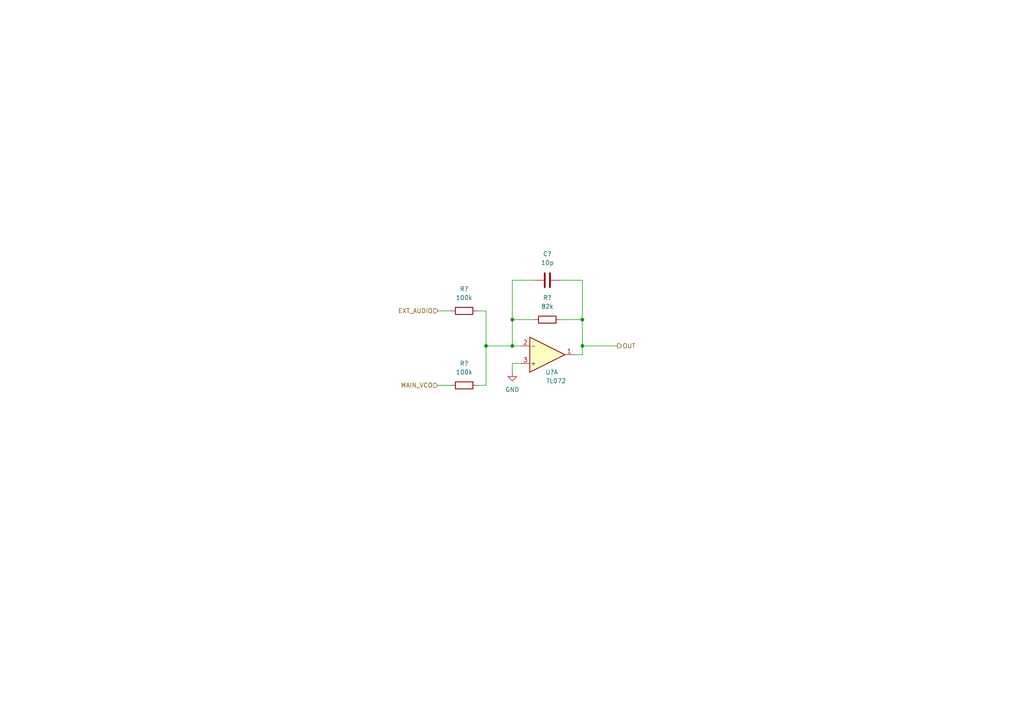
<source format=kicad_sch>
(kicad_sch (version 20211123) (generator eeschema)
  (paper "A4")
  (title_block (title "Josh Ox Ribbon Synth VCF/VCA board") (date "2022-06-06") (comment 1 "creativecommons.org/licenses/by/4.0/") (comment 2 "License: CC by 4.0") (comment 3 "Author: Jordan Aceto"))
  (lib_symbols
    (symbol "Amplifier_Operational:TL072" (pin_names (offset 0.127))
      (property "Reference" "U" (at 0 5.08 0))
      (property "Value" "TL072" (at 0 -5.08 0))
      (symbol "TL072_1_1"
        (polyline (pts (xy -5.08 5.08) (xy 5.08 0) (xy -5.08 -5.08) (xy -5.08 5.08)) (stroke (width 0.254)) (fill (type background)))
        (pin output line (at 7.62 0 180) (length 2.54) (name "~") (number "1"))
        (pin input line (at -7.62 -2.54 0) (length 2.54) (name "-") (number "2"))
        (pin input line (at -7.62 2.54 0) (length 2.54) (name "+") (number "3"))
      )
      (symbol "TL072_2_1"
        (polyline (pts (xy -5.08 5.08) (xy 5.08 0) (xy -5.08 -5.08) (xy -5.08 5.08)) (stroke (width 0.254)) (fill (type background)))
        (pin input line (at -7.62 2.54 0) (length 2.54) (name "+") (number "5"))
        (pin input line (at -7.62 -2.54 0) (length 2.54) (name "-") (number "6"))
        (pin output line (at 7.62 0 180) (length 2.54) (name "~") (number "7"))
      )
      (symbol "TL072_3_1"
        (pin power_in line (at -2.54 -7.62 90) (length 3.81) (name "V-") (number "4"))
        (pin power_in line (at -2.54 7.62 270) (length 3.81) (name "V+") (number "8"))
      )
    )
    (symbol "Device:C" (pin_numbers hide) (pin_names (offset 0.254))
      (property "Reference" "C" (at 0.635 2.54 0))
      (property "Value" "C" (at 0.635 -2.54 0))
      (symbol "C_0_1"
        (polyline (pts (xy -2.032 -0.762) (xy 2.032 -0.762)) (stroke (width 0.508)))
        (polyline (pts (xy -2.032 0.762) (xy 2.032 0.762)) (stroke (width 0.508)))
      )
      (symbol "C_1_1"
        (pin passive line (at 0 3.81 270) (length 2.794) (name "~") (number "1"))
        (pin passive line (at 0 -3.81 90) (length 2.794) (name "~") (number "2"))
      )
    )
    (symbol "Device:R" (pin_numbers hide) (pin_names (offset 0))
      (property "Reference" "R" (at 2.032 0 90))
      (property "Value" "R" (at 0 0 90))
      (symbol "R_0_1"
        (rectangle (start -1.016 -2.54) (end 1.016 2.54) (stroke (width 0.254)))
      )
      (symbol "R_1_1"
        (pin passive line (at 0 3.81 270) (length 1.27) (name "~") (number "1"))
        (pin passive line (at 0 -3.81 90) (length 1.27) (name "~") (number "2"))
      )
    )
    (symbol "power:GND" (power) (pin_names (offset 0))
      (property "Value" "GND" (at 0 -3.81 0))
      (symbol "GND_0_1"
        (polyline (pts (xy 0 0) (xy 0 -1.27) (xy 1.27 -1.27) (xy 0 -2.54) (xy -1.27 -1.27) (xy 0 -1.27)))
      )
      (symbol "GND_1_1"
        (pin power_in line (at 0 0 270) (length 0) hide (name "GND") (number "1"))
      )
    )
  )
  (junction (at 148.59 100.33))
  (junction (at 148.59 92.71))
  (junction (at 168.91 92.71))
  (junction (at 168.91 100.33))
  (junction (at 140.97 100.33))
  (wire (pts (xy 168.91 92.71) (xy 168.91 81.28)))
  (wire (pts (xy 140.97 100.33) (xy 148.59 100.33)))
  (wire (pts (xy 148.59 107.95) (xy 148.59 105.41)))
  (wire (pts (xy 148.59 105.41) (xy 151.13 105.41)))
  (wire (pts (xy 127 90.17) (xy 130.81 90.17)))
  (wire (pts (xy 140.97 100.33) (xy 140.97 90.17)))
  (wire (pts (xy 168.91 100.33) (xy 168.91 92.71)))
  (wire (pts (xy 148.59 92.71) (xy 148.59 81.28)))
  (wire (pts (xy 168.91 81.28) (xy 162.56 81.28)))
  (wire (pts (xy 140.97 111.76) (xy 140.97 100.33)))
  (wire (pts (xy 148.59 81.28) (xy 154.94 81.28)))
  (wire (pts (xy 138.43 111.76) (xy 140.97 111.76)))
  (wire (pts (xy 148.59 92.71) (xy 154.94 92.71)))
  (wire (pts (xy 166.37 102.87) (xy 168.91 102.87)))
  (wire (pts (xy 127 111.76) (xy 130.81 111.76)))
  (wire (pts (xy 140.97 90.17) (xy 138.43 90.17)))
  (wire (pts (xy 162.56 92.71) (xy 168.91 92.71)))
  (wire (pts (xy 168.91 100.33) (xy 179.07 100.33)))
  (wire (pts (xy 168.91 102.87) (xy 168.91 100.33)))
  (wire (pts (xy 148.59 100.33) (xy 148.59 92.71)))
  (wire (pts (xy 151.13 100.33) (xy 148.59 100.33)))
  (hierarchical_label "OUT" (shape output) (at 179.07 100.33 0))
  (hierarchical_label "MAIN_VCO" (shape input) (at 127 111.76 180))
  (hierarchical_label "EXT_AUDIO" (shape input) (at 127 90.17 180))
  (symbol (lib_id "Device:R") (at 134.62 90.17 90) (unit 1)
    (property "Reference" "R?" (at 134.62 83.82 90))
    (property "Value" "100k" (at 134.62 86.36 90))
  )
  (symbol (lib_id "power:GND") (at 148.59 107.95 0) (unit 1)
    (property "Reference" "#PWR?" (effects hide))
    (property "Value" "GND" (at 148.59 113.03 0))
  )
  (symbol (lib_id "Device:C") (at 158.75 81.28 90) (unit 1)
    (property "Reference" "C?" (at 158.75 73.66 90))
    (property "Value" "10p" (at 158.75 76.2 90))
  )
  (symbol (lib_id "Amplifier_Operational:TL072") (at 158.75 102.87 0) (mirror x) (unit 1)
    (property "Reference" "U?" (at 160.02 107.95 0))
    (property "Value" "TL072" (at 161.29 110.49 0))
    (property "Datasheet" "http://www.ti.com/lit/ds/symlink/tl071.pdf" (effects hide))
  )
  (symbol (lib_id "Device:R") (at 158.75 92.71 90) (unit 1)
    (property "Reference" "R?" (at 158.75 86.36 90))
    (property "Value" "82k" (at 158.75 88.9 90))
  )
  (symbol (lib_id "Device:R") (at 134.62 111.76 90) (unit 1)
    (property "Reference" "R?" (at 134.62 105.41 90))
    (property "Value" "100k" (at 134.62 107.95 90))
  )
)
</source>
